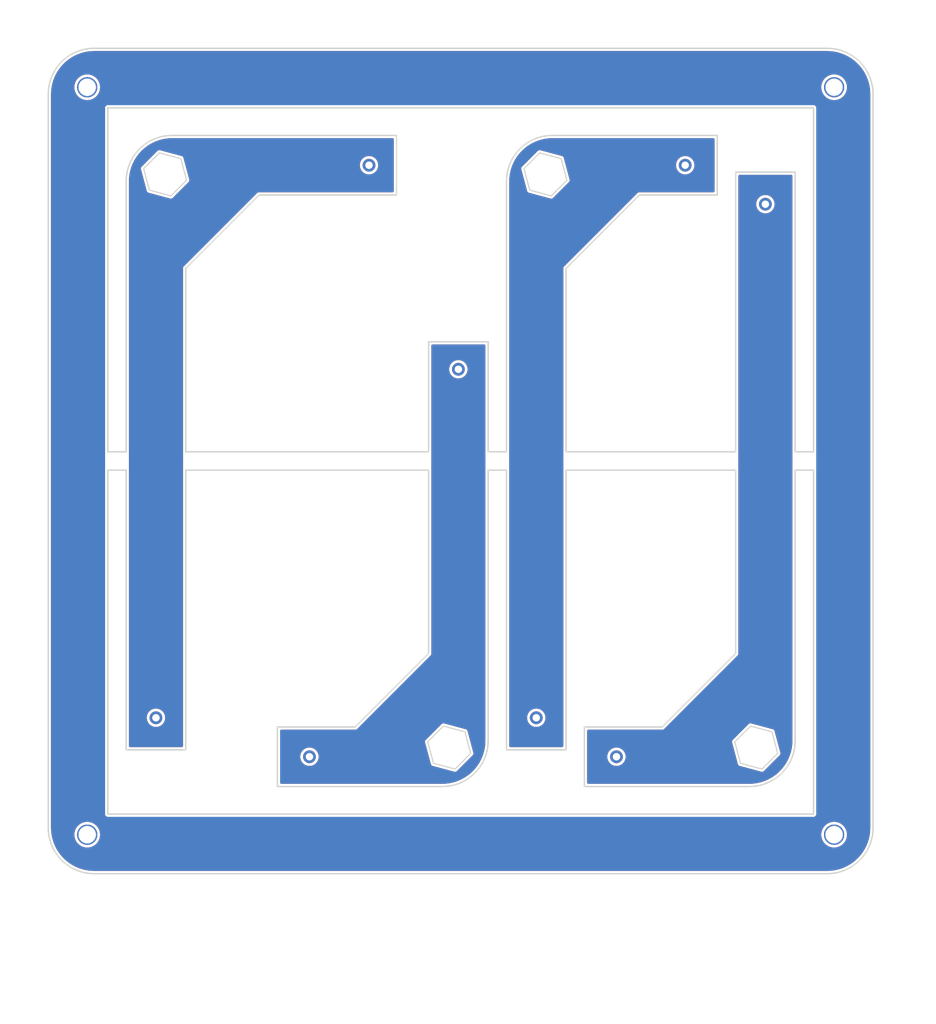
<source format=kicad_pcb>
(kicad_pcb (version 20211014) (generator pcbnew)
  (title_block (title "Kasumigasane Keypad") (company "@e3w2q"))
  (layers (0 "F.Cu" signal) (31 "B.Cu" signal) (34 "B.Paste" user) (35 "F.Paste" user) (36 "B.SilkS" user "B.Silkscreen") (37 "F.SilkS" user "F.Silkscreen") (38 "B.Mask" user) (39 "F.Mask" user) (44 "Edge.Cuts" user))
  (net 0 "")
  (footprint "#footprint:1pin_conn_rev3" (layer "F.Cu") (at 50 98.75)
    (fp_text reference "" hide)
    (fp_text value "" hide)
    (pad "" thru_hole circle (at 0 0) (size 1.4 1.4) (drill 0.8128) (layers *.Cu *.Mask))
  )
  (footprint "#footprint:M2_ThroughHole" (layer "F.Cu") (at 25.75 107.25 90)
    (fp_text reference "" hide)
    (fp_text value "" hide)
    (pad "" thru_hole circle (at 0 0 90) (size 2.2 2.2) (drill 1.88) (layers *.Cu *.Mask))
  )
  (footprint "#footprint:1pin_conn_rev3" (layer "F.Cu") (at 74.75 50.5 90)
    (fp_text reference "" hide)
    (fp_text value "" hide)
  )
  (footprint "#footprint:1pin_conn_rev3" (layer "F.Cu") (at 99.75 38.5 180)
    (fp_text reference "" hide)
    (fp_text value "" hide)
    (pad "" thru_hole circle (at 0 0 180) (size 1.4 1.4) (drill 0.8128) (layers *.Cu *.Mask))
  )
  (footprint "#footprint:1pin_conn_rev3" (layer "F.Cu") (at 83.5 98.75)
    (fp_text reference "" hide)
    (fp_text value "" hide)
    (pad "" thru_hole circle (at 0 0) (size 1.4 1.4) (drill 0.8128) (layers *.Cu *.Mask))
  )
  (footprint "#footprint:1pin_conn_rev3" (layer "F.Cu") (at 92 108.25)
    (fp_text reference "" hide)
    (fp_text value "" hide)
  )
  (footprint "#footprint:M2_ThroughHole" (layer "F.Cu") (at 34.25 35.25)
    (fp_text reference "" hide)
    (fp_text value "" hide)
  )
  (footprint "#footprint:M2_ThroughHole" (layer "F.Cu") (at 25.75 107.25 90)
    (fp_text reference "" hide)
    (fp_text value "" hide)
    (pad "" thru_hole circle (at 0 0 90) (size 2.2 2.2) (drill 1.88) (layers *.Cu *.Mask))
  )
  (footprint "#footprint:M2_Nut_Hole" (layer "F.Cu") (at 75.75 35.25 45)
    (fp_text reference "REF**")
    (fp_text value "M2_Nut_HoleNutHole")
    (fp_line (start 1.212435 2.1) (end 2.424871 0) (layer "Edge.Cuts") (width 0.12))
    (fp_line (start -1.212436 2.1) (end 1.212436 2.1) (layer "Edge.Cuts") (width 0.12))
    (fp_line (start 2.424871 0) (end 1.212436 -2.1) (layer "Edge.Cuts") (width 0.12))
    (fp_line (start -2.424871 0) (end -1.212435 -2.1) (layer "Edge.Cuts") (width 0.12))
    (fp_line (start -1.212436 -2.1) (end 1.212436 -2.1) (layer "Edge.Cuts") (width 0.12))
    (fp_line (start -1.212436 2.1) (end -2.424871 0) (layer "Edge.Cuts") (width 0.12))
  )
  (footprint "#footprint:1pin_conn_rev3" (layer "F.Cu") (at 66.25 82.5 -90)
    (fp_text reference "" hide)
    (fp_text value "" hide)
  )
  (footprint "#footprint:1pin_conn_rev3" (layer "F.Cu") (at 108.25 92 -90)
    (fp_text reference "" hide)
    (fp_text value "" hide)
  )
  (footprint "#footprint:1pin_conn_rev3" (layer "F.Cu") (at 49.5 34.25 180)
    (fp_text reference "" hide)
    (fp_text value "" hide)
  )
  (footprint "#footprint:1pin_conn_rev3" (layer "F.Cu") (at 31 66.5 90)
    (fp_text reference "" hide)
    (fp_text value "" hide)
  )
  (footprint "#footprint:1pin_conn_rev3" (layer "F.Cu") (at 41 24.75 180)
    (fp_text reference "" hide)
    (fp_text value "" hide)
  )
  (footprint "#footprint:1pin_conn_rev3" (layer "F.Cu") (at 99.75 82.5 -90)
    (fp_text reference "" hide)
    (fp_text value "" hide)
  )
  (footprint "#footprint:1pin_conn_rev3" (layer "F.Cu") (at 33.25 94.5 90)
    (fp_text reference "" hide)
    (fp_text value "" hide)
    (pad "" thru_hole circle (at 0 0 90) (size 1.4 1.4) (drill 0.8128) (layers *.Cu *.Mask))
  )
  (footprint "#footprint:1pin_conn_rev3" (layer "F.Cu") (at 49.5 34.25 180)
    (fp_text reference "" hide)
    (fp_text value "" hide)
  )
  (footprint "#footprint:1pin_conn_rev3" (layer "F.Cu") (at 74.75 94.5 -90)
    (fp_text reference "" hide)
    (fp_text value "" hide)
    (pad "" thru_hole circle (at 0 0 270) (size 1.4 1.4) (drill 0.8128) (layers *.Cu *.Mask))
  )
  (footprint "#footprint:1pin_conn_rev3" (layer "F.Cu") (at 99.75 82.5 -90)
    (fp_text reference "" hide)
    (fp_text value "" hide)
  )
  (footprint "#footprint:M2_ThroughHole" (layer "F.Cu") (at 25.75 25.75)
    (fp_text reference "" hide)
    (fp_text value "" hide)
    (pad "" thru_hole circle (at 0 0) (size 2.2 2.2) (drill 1.88) (layers *.Cu *.Mask))
  )
  (footprint "#footprint:1pin_conn_rev3" (layer "F.Cu") (at 66.25 82.5 -90)
    (fp_text reference "" hide)
    (fp_text value "" hide)
  )
  (footprint "#footprint:1pin_conn_rev3" (layer "F.Cu") (at 108.25 41 90)
    (fp_text reference "" hide)
    (fp_text value "" hide)
  )
  (footprint "#footprint:1pin_conn_rev3" (layer "F.Cu") (at 24.75 41 90)
    (fp_text reference "" hide)
    (fp_text value "" hide)
  )
  (footprint "#footprint:1pin_conn_rev3" (layer "F.Cu") (at 24.75 92 -90)
    (fp_text reference "" hide)
    (fp_text value "" hide)
  )
  (footprint "#footprint:1pin_conn_rev3" (layer "F.Cu") (at 41 108.25 180)
    (fp_text reference "" hide)
    (fp_text value "" hide)
  )
  (footprint "#footprint:1pin_conn_rev3" (layer "F.Cu") (at 74.75 50.5 90)
    (fp_text reference "" hide)
    (fp_text value "" hide)
  )
  (footprint "#footprint:1pin_conn_rev3" (layer "F.Cu") (at 28.5 66.5 90)
    (fp_text reference "" hide)
    (fp_text value "" hide)
  )
  (footprint "#footprint:1pin_conn_rev3" (layer "F.Cu") (at 92 24.75)
    (fp_text reference "" hide)
    (fp_text value "" hide)
  )
  (footprint "#footprint:M2_ThroughHole" (layer "F.Cu") (at 25.75 25.75)
    (fp_text reference "" hide)
    (fp_text value "" hide)
    (pad "" thru_hole circle (at 0 0) (size 2.2 2.2) (drill 1.88) (layers *.Cu *.Mask))
  )
  (footprint "#footprint:1pin_conn_rev3" (layer "F.Cu") (at 33.25 50.5 90)
    (fp_text reference "" hide)
    (fp_text value "" hide)
  )
  (footprint "#footprint:1pin_conn_rev3" (layer "F.Cu") (at 33.25 50.5 90)
    (fp_text reference "" hide)
    (fp_text value "" hide)
  )
  (footprint "#footprint:M2_Nut_Hole" (layer "F.Cu") (at 98.75 97.75 45)
    (fp_text reference "REF**")
    (fp_text value "M2_Nut_HoleNutHole")
    (fp_line (start 1.212435 2.1) (end 2.424871 0) (layer "Edge.Cuts") (width 0.12))
    (fp_line (start 2.424871 0) (end 1.212436 -2.1) (layer "Edge.Cuts") (width 0.12))
    (fp_line (start -1.212436 2.1) (end 1.212436 2.1) (layer "Edge.Cuts") (width 0.12))
    (fp_line (start -2.424871 0) (end -1.212435 -2.1) (layer "Edge.Cuts") (width 0.12))
    (fp_line (start -1.212436 -2.1) (end 1.212436 -2.1) (layer "Edge.Cuts") (width 0.12))
    (fp_line (start -1.212436 2.1) (end -2.424871 0) (layer "Edge.Cuts") (width 0.12))
  )
  (footprint "#footprint:M2_ThroughHole" (layer "F.Cu") (at 98.75 97.75 180)
    (fp_text reference "" hide)
    (fp_text value "" hide)
  )
  (footprint "#footprint:1pin_conn_rev3" (layer "F.Cu") (at 66.25 56.5)
    (fp_text reference "" hide)
    (fp_text value "" hide)
    (pad "" thru_hole circle (at 0 0) (size 1.4 1.4) (drill 0.8128) (layers *.Cu *.Mask))
  )
  (footprint "#footprint:1pin_conn_rev3" (layer "F.Cu") (at 91 34.25 180)
    (fp_text reference "" hide)
    (fp_text value "" hide)
    (pad "" thru_hole circle (at 0 0 180) (size 1.4 1.4) (drill 0.8128) (layers *.Cu *.Mask))
  )
  (footprint "#footprint:M2_Nut_Hole" (layer "F.Cu") (at 65.25 97.75 45)
    (fp_text reference "REF**")
    (fp_text value "M2_Nut_HoleNutHole")
    (fp_line (start 1.212435 2.1) (end 2.424871 0) (layer "Edge.Cuts") (width 0.12))
    (fp_line (start -1.212436 -2.1) (end 1.212436 -2.1) (layer "Edge.Cuts") (width 0.12))
    (fp_line (start 2.424871 0) (end 1.212436 -2.1) (layer "Edge.Cuts") (width 0.12))
    (fp_line (start -1.212436 2.1) (end 1.212436 2.1) (layer "Edge.Cuts") (width 0.12))
    (fp_line (start -1.212436 2.1) (end -2.424871 0) (layer "Edge.Cuts") (width 0.12))
    (fp_line (start -2.424871 0) (end -1.212435 -2.1) (layer "Edge.Cuts") (width 0.12))
  )
  (footprint "#footprint:1pin_conn_rev3" (layer "F.Cu") (at 56.5 34.25 90)
    (fp_text reference "" hide)
    (fp_text value "" hide)
    (pad "" thru_hole circle (at 0 0 90) (size 1.4 1.4) (drill 0.8128) (layers *.Cu *.Mask))
  )
  (footprint "#footprint:M2_ThroughHole" (layer "F.Cu") (at 75.75 35.25)
    (fp_text reference "" hide)
    (fp_text value "" hide)
  )
  (footprint "#footprint:M2_Nut_Hole" (layer "F.Cu") (at 34.25 35.25 45)
    (fp_text reference "REF**")
    (fp_text value "M2_Nut_HoleNutHole")
    (fp_line (start -1.212436 2.1) (end 1.212436 2.1) (layer "Edge.Cuts") (width 0.12))
    (fp_line (start -1.212436 2.1) (end -2.424871 0) (layer "Edge.Cuts") (width 0.12))
    (fp_line (start -2.424871 0) (end -1.212435 -2.1) (layer "Edge.Cuts") (width 0.12))
    (fp_line (start 1.212435 2.1) (end 2.424871 0) (layer "Edge.Cuts") (width 0.12))
    (fp_line (start -1.212436 -2.1) (end 1.212436 -2.1) (layer "Edge.Cuts") (width 0.12))
    (fp_line (start 2.424871 0) (end 1.212436 -2.1) (layer "Edge.Cuts") (width 0.12))
  )
  (footprint "#footprint:M2_ThroughHole" (layer "F.Cu") (at 107.25 107.25 180)
    (fp_text reference "" hide)
    (fp_text value "" hide)
    (pad "" thru_hole circle (at 0 0 180) (size 2.2 2.2) (drill 1.88) (layers *.Cu *.Mask))
  )
  (footprint "#footprint:M2_ThroughHole" (layer "F.Cu") (at 107.25 107.25 180)
    (fp_text reference "" hide)
    (fp_text value "" hide)
    (pad "" thru_hole circle (at 0 0 180) (size 2.2 2.2) (drill 1.88) (layers *.Cu *.Mask))
  )
  (footprint "#footprint:KG-0-chidori" (layer "F.Cu") (at 66.5 66.5)
    (fp_text reference "G***")
    (fp_text value "LOGO" hide)
  )
  (footprint "#footprint:M2_ThroughHole" (layer "F.Cu") (at 107.25 25.75 -90)
    (fp_text reference "" hide)
    (fp_text value "" hide)
    (pad "" thru_hole circle (at 0 0 270) (size 2.2 2.2) (drill 1.88) (layers *.Cu *.Mask))
  )
  (footprint "#footprint:KG-3-seigaiha" (layer "B.Cu") (at 66.5 66.5 180)
    (fp_text reference "G***")
    (fp_text value "LOGO" hide)
  )
  (gr_line (start 78 65.5) (end 78 45.5) (layer "Edge.Cuts") (width 0.15))
  (gr_line (start 105 65.5) (end 105 28) (layer "Edge.Cuts") (width 0.15))
  (gr_line (start 103 65.5) (end 105 65.5) (layer "Edge.Cuts") (width 0.15))
  (gr_line (start 21.5 26.5) (end 21.5 106.5) (layer "Edge.Cuts") (width 0.15))
  (gr_line (start 71.5 98) (end 78 98) (layer "Edge.Cuts") (width 0.15))
  (gr_line (start 64.5 102) (end 46.5 102) (layer "Edge.Cuts") (width 0.15))
  (gr_line (start 103 97) (end 103 67.5) (layer "Edge.Cuts") (width 0.15))
  (gr_line (start 30 36) (end 30 65.5) (layer "Edge.Cuts") (width 0.15))
  (gr_line (start 63 67.5) (end 63 87.5) (layer "Edge.Cuts") (width 0.15))
  (gr_arc (start 69.5 97) (mid 68.035534 100.535534) (end 64.5 102) (layer "Edge.Cuts") (width 0.15))
  (gr_line (start 59.5 37.5) (end 59.5 31) (layer "Edge.Cuts") (width 0.15))
  (gr_line (start 94.5 37.5) (end 86 37.5) (layer "Edge.Cuts") (width 0.15))
  (gr_line (start 69.5 65.5) (end 69.5 53.5) (layer "Edge.Cuts") (width 0.15))
  (gr_line (start 111.5 26.5) (end 111.5 106.5) (layer "Edge.Cuts") (width 0.15))
  (gr_line (start 30 67.5) (end 30 98) (layer "Edge.Cuts") (width 0.15))
  (gr_line (start 28 67.5) (end 30 67.5) (layer "Edge.Cuts") (width 0.15))
  (gr_line (start 96.5 35) (end 96.5 65.5) (layer "Edge.Cuts") (width 0.15))
  (gr_line (start 80 95.5) (end 88.5 95.5) (layer "Edge.Cuts") (width 0.15))
  (gr_arc (start 111.5 106.5) (mid 110.035534 110.035534) (end 106.5 111.5) (layer "Edge.Cuts") (width 0.15))
  (gr_line (start 80 102) (end 80 95.5) (layer "Edge.Cuts") (width 0.15))
  (gr_line (start 71.5 65.5) (end 71.5 36) (layer "Edge.Cuts") (width 0.15))
  (gr_line (start 44.5 37.5) (end 36.5 45.5) (layer "Edge.Cuts") (width 0.15))
  (gr_line (start 105 67.5) (end 105 105) (layer "Edge.Cuts") (width 0.15))
  (gr_line (start 36.5 98) (end 36.5 67.5) (layer "Edge.Cuts") (width 0.15))
  (gr_line (start 28 105) (end 105 105) (layer "Edge.Cuts") (width 0.15))
  (gr_line (start 78 65.5) (end 96.5 65.5) (layer "Edge.Cuts") (width 0.15))
  (gr_line (start 78 67.5) (end 96.5 67.5) (layer "Edge.Cuts") (width 0.15))
  (gr_line (start 28 65.5) (end 28 28) (layer "Edge.Cuts") (width 0.15))
  (gr_arc (start 106.5 21.5) (mid 110.035534 22.964466) (end 111.5 26.5) (layer "Edge.Cuts") (width 0.15))
  (gr_line (start 26.5 111.5) (end 106.5 111.5) (layer "Edge.Cuts") (width 0.15))
  (gr_line (start 63 87.5) (end 55 95.5) (layer "Edge.Cuts") (width 0.15))
  (gr_line (start 96.5 67.5) (end 96.5 87.5) (layer "Edge.Cuts") (width 0.15))
  (gr_line (start 103 65.5) (end 103 35) (layer "Edge.Cuts") (width 0.15))
  (gr_arc (start 103 97) (mid 101.535534 100.535534) (end 98 102) (layer "Edge.Cuts") (width 0.15))
  (gr_line (start 69.5 65.5) (end 71.5 65.5) (layer "Edge.Cuts") (width 0.15))
  (gr_line (start 28 65.5) (end 30 65.5) (layer "Edge.Cuts") (width 0.15))
  (gr_line (start 69.5 67.5) (end 71.5 67.5) (layer "Edge.Cuts") (width 0.15))
  (gr_line (start 30 98) (end 36.5 98) (layer "Edge.Cuts") (width 0.15))
  (gr_line (start 80 102) (end 98 102) (layer "Edge.Cuts") (width 0.15))
  (gr_line (start 36.5 45.5) (end 36.5 65.5) (layer "Edge.Cuts") (width 0.15))
  (gr_arc (start 30 36) (mid 31.464466 32.464466) (end 35 31) (layer "Edge.Cuts") (width 0.15))
  (gr_line (start 63 53.5) (end 69.5 53.5) (layer "Edge.Cuts") (width 0.15))
  (gr_line (start 63 67.5) (end 36.5 67.5) (layer "Edge.Cuts") (width 0.15))
  (gr_line (start 94.5 31) (end 76.5 31) (layer "Edge.Cuts") (width 0.15))
  (gr_arc (start 26.5 111.5) (mid 22.964466 110.035534) (end 21.5 106.5) (layer "Edge.Cuts") (width 0.15))
  (gr_line (start 26.5 21.5) (end 106.5 21.5) (layer "Edge.Cuts") (width 0.15))
  (gr_line (start 55 95.5) (end 46.5 95.5) (layer "Edge.Cuts") (width 0.15))
  (gr_line (start 59.5 31) (end 35 31) (layer "Edge.Cuts") (width 0.15))
  (gr_line (start 69.5 67.5) (end 69.5 97) (layer "Edge.Cuts") (width 0.15))
  (gr_line (start 78 98) (end 78 67.5) (layer "Edge.Cuts") (width 0.15))
  (gr_arc (start 71.5 36) (mid 72.964466 32.464466) (end 76.5 31) (layer "Edge.Cuts") (width 0.15))
  (gr_line (start 71.5 67.5) (end 71.5 98) (layer "Edge.Cuts") (width 0.15))
  (gr_line (start 46.5 102) (end 46.5 95.5) (layer "Edge.Cuts") (width 0.15))
  (gr_line (start 94.5 31) (end 94.5 37.5) (layer "Edge.Cuts") (width 0.15))
  (gr_line (start 103 35) (end 96.5 35) (layer "Edge.Cuts") (width 0.15))
  (gr_line (start 103 67.5) (end 105 67.5) (layer "Edge.Cuts") (width 0.15))
  (gr_line (start 63 65.5) (end 36.5 65.5) (layer "Edge.Cuts") (width 0.15))
  (gr_line (start 96.5 87.5) (end 88.5 95.5) (layer "Edge.Cuts") (width 0.15))
  (gr_line (start 86 37.5) (end 78 45.5) (layer "Edge.Cuts") (width 0.15))
  (gr_line (start 59.5 37.5) (end 44.5 37.5) (layer "Edge.Cuts") (width 0.15))
  (gr_line (start 28 105) (end 28 67.5) (layer "Edge.Cuts") (width 0.15))
  (gr_arc (start 21.5 26.5) (mid 22.964466 22.964466) (end 26.5 21.5) (layer "Edge.Cuts") (width 0.15))
  (gr_line (start 63 53.5) (end 63 65.5) (layer "Edge.Cuts") (width 0.15))
  (gr_line (start 28 28) (end 105 28) (layer "Edge.Cuts") (width 0.15))
  (zone (net 0) (net_name "") (layers F&B.Cu) (connect_pads (clearance 0)) (min_thickness 0.254)
    (keepout (tracks allowed) (vias allowed) (pads allowed) (copperpour not_allowed) (footprints allowed))
    (fill (thermal_gap 0.508) (thermal_bridge_width 0.508))
    (polygon (pts (xy 105.3 67.5) (xy 102.7 67.5) (xy 102.7 65.5) (xy 105.3 65.5)))
  )
  (zone (net 0) (net_name "") (layers F&B.Cu) (connect_pads (clearance 0)) (min_thickness 0.254)
    (keepout (tracks allowed) (vias allowed) (pads allowed) (copperpour not_allowed) (footprints allowed))
    (fill (thermal_gap 0.508) (thermal_bridge_width 0.508))
    (polygon (pts (xy 96.8 67.5) (xy 77.7 67.5) (xy 77.7 65.5) (xy 96.8 65.5)))
  )
  (zone (net 0) (net_name "") (layers F&B.Cu) (connect_pads (clearance 0)) (min_thickness 0.254)
    (keepout (tracks allowed) (vias allowed) (pads allowed) (copperpour not_allowed) (footprints allowed))
    (fill (thermal_gap 0.508) (thermal_bridge_width 0.508))
    (polygon (pts (xy 63.3 67.5) (xy 36.2 67.5) (xy 36.2 65.5) (xy 63.3 65.5)))
  )
  (zone (net 0) (net_name "") (layers F&B.Cu) (connect_pads (clearance 0.3)) (min_thickness 0.254) (fill yes (thermal_gap 0.508) (thermal_bridge_width 0.508))
    (polygon (pts (xy 111.5 111.5) (xy 21.5 111.5) (xy 21.5 21.5) (xy 111.5 21.5)))
  )
  (zone (net 0) (net_name "") (layers F&B.Cu) (connect_pads (clearance 0)) (min_thickness 0.254)
    (keepout (tracks allowed) (vias allowed) (pads allowed) (copperpour not_allowed) (footprints allowed))
    (fill (thermal_gap 0.508) (thermal_bridge_width 0.508))
    (polygon (pts (xy 71.8 67.5) (xy 69.2 67.5) (xy 69.2 65.5) (xy 71.8 65.5)))
  )
  (zone (net 0) (net_name "") (layers F&B.Cu) (connect_pads (clearance 0)) (min_thickness 0.254)
    (keepout (tracks allowed) (vias allowed) (pads allowed) (copperpour not_allowed) (footprints allowed))
    (fill (thermal_gap 0.508) (thermal_bridge_width 0.508))
    (polygon (pts (xy 30.3 67.5) (xy 27.7 67.5) (xy 27.7 65.5) (xy 30.3 65.5)))
  )
)
</source>
